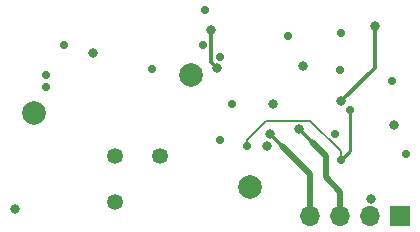
<source format=gbl>
G04 #@! TF.GenerationSoftware,KiCad,Pcbnew,7.0.10*
G04 #@! TF.CreationDate,2025-06-25T11:08:39-05:00*
G04 #@! TF.ProjectId,ppg-pcb-4-afe,7070672d-7063-4622-9d34-2d6166652e6b,0*
G04 #@! TF.SameCoordinates,Original*
G04 #@! TF.FileFunction,Copper,L4,Bot*
G04 #@! TF.FilePolarity,Positive*
%FSLAX46Y46*%
G04 Gerber Fmt 4.6, Leading zero omitted, Abs format (unit mm)*
G04 Created by KiCad (PCBNEW 7.0.10) date 2025-06-25 11:08:39*
%MOMM*%
%LPD*%
G01*
G04 APERTURE LIST*
G04 #@! TA.AperFunction,ComponentPad*
%ADD10R,1.700000X1.700000*%
G04 #@! TD*
G04 #@! TA.AperFunction,ComponentPad*
%ADD11O,1.700000X1.700000*%
G04 #@! TD*
G04 #@! TA.AperFunction,ComponentPad*
%ADD12C,2.000000*%
G04 #@! TD*
G04 #@! TA.AperFunction,ComponentPad*
%ADD13C,1.350000*%
G04 #@! TD*
G04 #@! TA.AperFunction,ViaPad*
%ADD14C,0.700000*%
G04 #@! TD*
G04 #@! TA.AperFunction,ViaPad*
%ADD15C,0.800000*%
G04 #@! TD*
G04 #@! TA.AperFunction,Conductor*
%ADD16C,0.250000*%
G04 #@! TD*
G04 #@! TA.AperFunction,Conductor*
%ADD17C,0.500000*%
G04 #@! TD*
G04 #@! TA.AperFunction,Conductor*
%ADD18C,0.300000*%
G04 #@! TD*
G04 #@! TA.AperFunction,Conductor*
%ADD19C,0.200000*%
G04 #@! TD*
G04 APERTURE END LIST*
D10*
X132000000Y-100500000D03*
D11*
X129460000Y-100500000D03*
X126920000Y-100500000D03*
X124380000Y-100500000D03*
D12*
X101000000Y-91750000D03*
X114250000Y-88500000D03*
X119250000Y-98000000D03*
D13*
X107819600Y-99250000D03*
X107819600Y-95389200D03*
X111680400Y-95389200D03*
D14*
X116750000Y-87000000D03*
X122500000Y-85250000D03*
X111000000Y-88000000D03*
X132500000Y-95250000D03*
X117750000Y-91000000D03*
X102000000Y-88500000D03*
X115500000Y-83000000D03*
X126875000Y-88125000D03*
X127000000Y-85000000D03*
X116750000Y-94000000D03*
X102000000Y-89500000D03*
X126500000Y-93500000D03*
X115250000Y-86000000D03*
X103500000Y-86000000D03*
X131250000Y-89000000D03*
D15*
X99350000Y-99900000D03*
X123400000Y-93085075D03*
X121000000Y-93500000D03*
X131500000Y-92725000D03*
X120750000Y-94500000D03*
X129500000Y-99000000D03*
X121250000Y-91000000D03*
X106000000Y-86637500D03*
X123750000Y-87750000D03*
X116449583Y-87901251D03*
X116000000Y-84750000D03*
D14*
X127000000Y-95750000D03*
X127750000Y-91500000D03*
X119000000Y-94500000D03*
D15*
X127000000Y-90750000D03*
X129825000Y-84350000D03*
D16*
X123400000Y-93085075D02*
X124500000Y-94185075D01*
D17*
X126920000Y-98420000D02*
X126920000Y-100500000D01*
X125670000Y-95355075D02*
X125670000Y-97170000D01*
X125670000Y-97170000D02*
X126920000Y-98420000D01*
X124500000Y-94185075D02*
X125670000Y-95355075D01*
D16*
X121000000Y-93500000D02*
X122000000Y-94500000D01*
D17*
X124380000Y-96880000D02*
X124380000Y-100500000D01*
X122000000Y-94500000D02*
X124380000Y-96880000D01*
D18*
X116000000Y-87451668D02*
X116449583Y-87901251D01*
X116000000Y-84750000D02*
X116000000Y-87451668D01*
D16*
X127750000Y-95000000D02*
X127000000Y-95750000D01*
D19*
X119000000Y-94500000D02*
X119000000Y-94000000D01*
X127000000Y-95000000D02*
X127000000Y-95750000D01*
D16*
X127750000Y-91500000D02*
X127750000Y-95000000D01*
D19*
X124385075Y-92385075D02*
X127000000Y-95000000D01*
X120614925Y-92385075D02*
X124385075Y-92385075D01*
X119000000Y-94000000D02*
X120614925Y-92385075D01*
D18*
X129825000Y-84350000D02*
X129825000Y-87925000D01*
X129825000Y-87925000D02*
X127000000Y-90750000D01*
M02*

</source>
